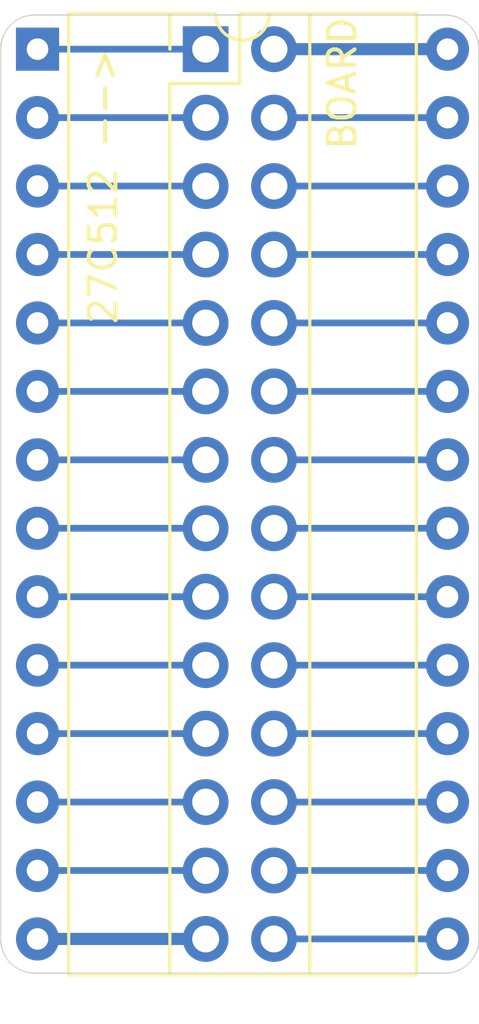
<source format=kicad_pcb>
(kicad_pcb (version 20171130) (host pcbnew 5.1.8-1.fc33)

  (general
    (thickness 1.6)
    (drawings 8)
    (tracks 30)
    (zones 0)
    (modules 2)
    (nets 29)
  )

  (page A4)
  (layers
    (0 F.Cu signal)
    (31 B.Cu signal)
    (32 B.Adhes user)
    (33 F.Adhes user)
    (34 B.Paste user)
    (35 F.Paste user)
    (36 B.SilkS user)
    (37 F.SilkS user)
    (38 B.Mask user)
    (39 F.Mask user)
    (40 Dwgs.User user)
    (41 Cmts.User user)
    (42 Eco1.User user)
    (43 Eco2.User user)
    (44 Edge.Cuts user)
    (45 Margin user)
    (46 B.CrtYd user)
    (47 F.CrtYd user)
    (48 B.Fab user)
    (49 F.Fab user)
  )

  (setup
    (last_trace_width 0.25)
    (trace_clearance 0.2)
    (zone_clearance 0.508)
    (zone_45_only no)
    (trace_min 0.2)
    (via_size 0.8)
    (via_drill 0.4)
    (via_min_size 0.4)
    (via_min_drill 0.3)
    (uvia_size 0.3)
    (uvia_drill 0.1)
    (uvias_allowed no)
    (uvia_min_size 0.2)
    (uvia_min_drill 0.1)
    (edge_width 0.05)
    (segment_width 0.2)
    (pcb_text_width 0.3)
    (pcb_text_size 1.5 1.5)
    (mod_edge_width 0.12)
    (mod_text_size 1 1)
    (mod_text_width 0.15)
    (pad_size 1.524 1.524)
    (pad_drill 0.762)
    (pad_to_mask_clearance 0)
    (aux_axis_origin 0 0)
    (visible_elements FFFFFF7F)
    (pcbplotparams
      (layerselection 0x010fc_ffffffff)
      (usegerberextensions false)
      (usegerberattributes true)
      (usegerberadvancedattributes true)
      (creategerberjobfile true)
      (excludeedgelayer true)
      (linewidth 0.100000)
      (plotframeref false)
      (viasonmask false)
      (mode 1)
      (useauxorigin false)
      (hpglpennumber 1)
      (hpglpenspeed 20)
      (hpglpendiameter 15.000000)
      (psnegative false)
      (psa4output false)
      (plotreference true)
      (plotvalue true)
      (plotinvisibletext false)
      (padsonsilk false)
      (subtractmaskfromsilk false)
      (outputformat 1)
      (mirror false)
      (drillshape 1)
      (scaleselection 1)
      (outputdirectory ""))
  )

  (net 0 "")
  (net 1 /D3)
  (net 2 GND)
  (net 3 /D4)
  (net 4 /D2)
  (net 5 /D5)
  (net 6 /D1)
  (net 7 /D6)
  (net 8 /D0)
  (net 9 /D7)
  (net 10 /A0)
  (net 11 /~CE)
  (net 12 /A1)
  (net 13 /A10)
  (net 14 /A2)
  (net 15 /~OE)
  (net 16 /A3)
  (net 17 /A11)
  (net 18 /A4)
  (net 19 /A9)
  (net 20 /A5)
  (net 21 /A8)
  (net 22 /A6)
  (net 23 /A13)
  (net 24 /A7)
  (net 25 /A14)
  (net 26 /A12)
  (net 27 /VCC_EXT)
  (net 28 /A15)

  (net_class Default "This is the default net class."
    (clearance 0.2)
    (trace_width 0.25)
    (via_dia 0.8)
    (via_drill 0.4)
    (uvia_dia 0.3)
    (uvia_drill 0.1)
    (add_net /A0)
    (add_net /A1)
    (add_net /A10)
    (add_net /A11)
    (add_net /A12)
    (add_net /A13)
    (add_net /A14)
    (add_net /A15)
    (add_net /A2)
    (add_net /A3)
    (add_net /A4)
    (add_net /A5)
    (add_net /A6)
    (add_net /A7)
    (add_net /A8)
    (add_net /A9)
    (add_net /D0)
    (add_net /D1)
    (add_net /D2)
    (add_net /D3)
    (add_net /D4)
    (add_net /D5)
    (add_net /D6)
    (add_net /D7)
    (add_net /~CE)
    (add_net /~OE)
  )

  (net_class POWER ""
    (clearance 0.2)
    (trace_width 0.45)
    (via_dia 0.8)
    (via_drill 0.4)
    (uvia_dia 0.3)
    (uvia_drill 0.1)
    (add_net /VCC_EXT)
    (add_net GND)
  )

  (module Package_DIP:DIP-28_W15.24mm (layer F.Cu) (tedit 5A02E8C5) (tstamp 5FB63794)
    (at 119.48 73.66)
    (descr "28-lead though-hole mounted DIP package, row spacing 15.24 mm (600 mils)")
    (tags "THT DIP DIL PDIP 2.54mm 15.24mm 600mil")
    (path /5FB6316C)
    (fp_text reference "27C512 -->" (at 2.44 5.08 90) (layer F.SilkS)
      (effects (font (size 1 1) (thickness 0.15)))
    )
    (fp_text value 27C512 (at 7.62 35.35) (layer F.Fab)
      (effects (font (size 1 1) (thickness 0.15)))
    )
    (fp_text user %R (at 7.62 16.51) (layer F.Fab)
      (effects (font (size 1 1) (thickness 0.15)))
    )
    (fp_arc (start 7.62 -1.33) (end 6.62 -1.33) (angle -180) (layer F.SilkS) (width 0.12))
    (fp_line (start 1.255 -1.27) (end 14.985 -1.27) (layer F.Fab) (width 0.1))
    (fp_line (start 14.985 -1.27) (end 14.985 34.29) (layer F.Fab) (width 0.1))
    (fp_line (start 14.985 34.29) (end 0.255 34.29) (layer F.Fab) (width 0.1))
    (fp_line (start 0.255 34.29) (end 0.255 -0.27) (layer F.Fab) (width 0.1))
    (fp_line (start 0.255 -0.27) (end 1.255 -1.27) (layer F.Fab) (width 0.1))
    (fp_line (start 6.62 -1.33) (end 1.16 -1.33) (layer F.SilkS) (width 0.12))
    (fp_line (start 1.16 -1.33) (end 1.16 34.35) (layer F.SilkS) (width 0.12))
    (fp_line (start 1.16 34.35) (end 14.08 34.35) (layer F.SilkS) (width 0.12))
    (fp_line (start 14.08 34.35) (end 14.08 -1.33) (layer F.SilkS) (width 0.12))
    (fp_line (start 14.08 -1.33) (end 8.62 -1.33) (layer F.SilkS) (width 0.12))
    (fp_line (start -1.05 -1.55) (end -1.05 34.55) (layer F.CrtYd) (width 0.05))
    (fp_line (start -1.05 34.55) (end 16.3 34.55) (layer F.CrtYd) (width 0.05))
    (fp_line (start 16.3 34.55) (end 16.3 -1.55) (layer F.CrtYd) (width 0.05))
    (fp_line (start 16.3 -1.55) (end -1.05 -1.55) (layer F.CrtYd) (width 0.05))
    (pad 28 thru_hole oval (at 15.24 0) (size 1.6 1.6) (drill 0.8) (layers *.Cu *.Mask)
      (net 27 /VCC_EXT))
    (pad 14 thru_hole oval (at 0 33.02) (size 1.6 1.6) (drill 0.8) (layers *.Cu *.Mask)
      (net 2 GND))
    (pad 27 thru_hole oval (at 15.24 2.54) (size 1.6 1.6) (drill 0.8) (layers *.Cu *.Mask)
      (net 25 /A14))
    (pad 13 thru_hole oval (at 0 30.48) (size 1.6 1.6) (drill 0.8) (layers *.Cu *.Mask)
      (net 4 /D2))
    (pad 26 thru_hole oval (at 15.24 5.08) (size 1.6 1.6) (drill 0.8) (layers *.Cu *.Mask)
      (net 23 /A13))
    (pad 12 thru_hole oval (at 0 27.94) (size 1.6 1.6) (drill 0.8) (layers *.Cu *.Mask)
      (net 6 /D1))
    (pad 25 thru_hole oval (at 15.24 7.62) (size 1.6 1.6) (drill 0.8) (layers *.Cu *.Mask)
      (net 21 /A8))
    (pad 11 thru_hole oval (at 0 25.4) (size 1.6 1.6) (drill 0.8) (layers *.Cu *.Mask)
      (net 8 /D0))
    (pad 24 thru_hole oval (at 15.24 10.16) (size 1.6 1.6) (drill 0.8) (layers *.Cu *.Mask)
      (net 19 /A9))
    (pad 10 thru_hole oval (at 0 22.86) (size 1.6 1.6) (drill 0.8) (layers *.Cu *.Mask)
      (net 10 /A0))
    (pad 23 thru_hole oval (at 15.24 12.7) (size 1.6 1.6) (drill 0.8) (layers *.Cu *.Mask)
      (net 17 /A11))
    (pad 9 thru_hole oval (at 0 20.32) (size 1.6 1.6) (drill 0.8) (layers *.Cu *.Mask)
      (net 12 /A1))
    (pad 22 thru_hole oval (at 15.24 15.24) (size 1.6 1.6) (drill 0.8) (layers *.Cu *.Mask)
      (net 15 /~OE))
    (pad 8 thru_hole oval (at 0 17.78) (size 1.6 1.6) (drill 0.8) (layers *.Cu *.Mask)
      (net 14 /A2))
    (pad 21 thru_hole oval (at 15.24 17.78) (size 1.6 1.6) (drill 0.8) (layers *.Cu *.Mask)
      (net 13 /A10))
    (pad 7 thru_hole oval (at 0 15.24) (size 1.6 1.6) (drill 0.8) (layers *.Cu *.Mask)
      (net 16 /A3))
    (pad 20 thru_hole oval (at 15.24 20.32) (size 1.6 1.6) (drill 0.8) (layers *.Cu *.Mask)
      (net 11 /~CE))
    (pad 6 thru_hole oval (at 0 12.7) (size 1.6 1.6) (drill 0.8) (layers *.Cu *.Mask)
      (net 18 /A4))
    (pad 19 thru_hole oval (at 15.24 22.86) (size 1.6 1.6) (drill 0.8) (layers *.Cu *.Mask)
      (net 9 /D7))
    (pad 5 thru_hole oval (at 0 10.16) (size 1.6 1.6) (drill 0.8) (layers *.Cu *.Mask)
      (net 20 /A5))
    (pad 18 thru_hole oval (at 15.24 25.4) (size 1.6 1.6) (drill 0.8) (layers *.Cu *.Mask)
      (net 7 /D6))
    (pad 4 thru_hole oval (at 0 7.62) (size 1.6 1.6) (drill 0.8) (layers *.Cu *.Mask)
      (net 22 /A6))
    (pad 17 thru_hole oval (at 15.24 27.94) (size 1.6 1.6) (drill 0.8) (layers *.Cu *.Mask)
      (net 5 /D5))
    (pad 3 thru_hole oval (at 0 5.08) (size 1.6 1.6) (drill 0.8) (layers *.Cu *.Mask)
      (net 24 /A7))
    (pad 16 thru_hole oval (at 15.24 30.48) (size 1.6 1.6) (drill 0.8) (layers *.Cu *.Mask)
      (net 3 /D4))
    (pad 2 thru_hole oval (at 0 2.54) (size 1.6 1.6) (drill 0.8) (layers *.Cu *.Mask)
      (net 26 /A12))
    (pad 15 thru_hole oval (at 15.24 33.02) (size 1.6 1.6) (drill 0.8) (layers *.Cu *.Mask)
      (net 1 /D3))
    (pad 1 thru_hole rect (at 0 0) (size 1.6 1.6) (drill 0.8) (layers *.Cu *.Mask)
      (net 28 /A15))
    (model ${KISYS3DMOD}/Package_DIP.3dshapes/DIP-28_W15.24mm.wrl
      (at (xyz 0 0 0))
      (scale (xyz 1 1 1))
      (rotate (xyz 0 0 0))
    )
  )

  (module Connector_PinHeader_2.54mm:PinHeader_2x14_P2.54mm_Vertical (layer F.Cu) (tedit 59FED5CC) (tstamp 5FB63764)
    (at 125.73 73.66)
    (descr "Through hole straight pin header, 2x14, 2.54mm pitch, double rows")
    (tags "Through hole pin header THT 2x14 2.54mm double row")
    (path /5FB64E05)
    (fp_text reference BOARD (at 5.08 1.27 -90) (layer F.SilkS)
      (effects (font (size 1 1) (thickness 0.15)))
    )
    (fp_text value Adapter (at 1.27 35.35) (layer F.Fab)
      (effects (font (size 1 1) (thickness 0.15)))
    )
    (fp_text user %R (at 1.27 16.51 90) (layer F.Fab)
      (effects (font (size 1 1) (thickness 0.15)))
    )
    (fp_line (start 0 -1.27) (end 3.81 -1.27) (layer F.Fab) (width 0.1))
    (fp_line (start 3.81 -1.27) (end 3.81 34.29) (layer F.Fab) (width 0.1))
    (fp_line (start 3.81 34.29) (end -1.27 34.29) (layer F.Fab) (width 0.1))
    (fp_line (start -1.27 34.29) (end -1.27 0) (layer F.Fab) (width 0.1))
    (fp_line (start -1.27 0) (end 0 -1.27) (layer F.Fab) (width 0.1))
    (fp_line (start -1.33 34.35) (end 3.87 34.35) (layer F.SilkS) (width 0.12))
    (fp_line (start -1.33 1.27) (end -1.33 34.35) (layer F.SilkS) (width 0.12))
    (fp_line (start 3.87 -1.33) (end 3.87 34.35) (layer F.SilkS) (width 0.12))
    (fp_line (start -1.33 1.27) (end 1.27 1.27) (layer F.SilkS) (width 0.12))
    (fp_line (start 1.27 1.27) (end 1.27 -1.33) (layer F.SilkS) (width 0.12))
    (fp_line (start 1.27 -1.33) (end 3.87 -1.33) (layer F.SilkS) (width 0.12))
    (fp_line (start -1.33 0) (end -1.33 -1.33) (layer F.SilkS) (width 0.12))
    (fp_line (start -1.33 -1.33) (end 0 -1.33) (layer F.SilkS) (width 0.12))
    (fp_line (start -1.8 -1.8) (end -1.8 34.8) (layer F.CrtYd) (width 0.05))
    (fp_line (start -1.8 34.8) (end 4.35 34.8) (layer F.CrtYd) (width 0.05))
    (fp_line (start 4.35 34.8) (end 4.35 -1.8) (layer F.CrtYd) (width 0.05))
    (fp_line (start 4.35 -1.8) (end -1.8 -1.8) (layer F.CrtYd) (width 0.05))
    (pad 28 thru_hole oval (at 2.54 33.02) (size 1.7 1.7) (drill 1) (layers *.Cu *.Mask)
      (net 1 /D3))
    (pad 27 thru_hole oval (at 0 33.02) (size 1.7 1.7) (drill 1) (layers *.Cu *.Mask)
      (net 2 GND))
    (pad 26 thru_hole oval (at 2.54 30.48) (size 1.7 1.7) (drill 1) (layers *.Cu *.Mask)
      (net 3 /D4))
    (pad 25 thru_hole oval (at 0 30.48) (size 1.7 1.7) (drill 1) (layers *.Cu *.Mask)
      (net 4 /D2))
    (pad 24 thru_hole oval (at 2.54 27.94) (size 1.7 1.7) (drill 1) (layers *.Cu *.Mask)
      (net 5 /D5))
    (pad 23 thru_hole oval (at 0 27.94) (size 1.7 1.7) (drill 1) (layers *.Cu *.Mask)
      (net 6 /D1))
    (pad 22 thru_hole oval (at 2.54 25.4) (size 1.7 1.7) (drill 1) (layers *.Cu *.Mask)
      (net 7 /D6))
    (pad 21 thru_hole oval (at 0 25.4) (size 1.7 1.7) (drill 1) (layers *.Cu *.Mask)
      (net 8 /D0))
    (pad 20 thru_hole oval (at 2.54 22.86) (size 1.7 1.7) (drill 1) (layers *.Cu *.Mask)
      (net 9 /D7))
    (pad 19 thru_hole oval (at 0 22.86) (size 1.7 1.7) (drill 1) (layers *.Cu *.Mask)
      (net 10 /A0))
    (pad 18 thru_hole oval (at 2.54 20.32) (size 1.7 1.7) (drill 1) (layers *.Cu *.Mask)
      (net 11 /~CE))
    (pad 17 thru_hole oval (at 0 20.32) (size 1.7 1.7) (drill 1) (layers *.Cu *.Mask)
      (net 12 /A1))
    (pad 16 thru_hole oval (at 2.54 17.78) (size 1.7 1.7) (drill 1) (layers *.Cu *.Mask)
      (net 13 /A10))
    (pad 15 thru_hole oval (at 0 17.78) (size 1.7 1.7) (drill 1) (layers *.Cu *.Mask)
      (net 14 /A2))
    (pad 14 thru_hole oval (at 2.54 15.24) (size 1.7 1.7) (drill 1) (layers *.Cu *.Mask)
      (net 15 /~OE))
    (pad 13 thru_hole oval (at 0 15.24) (size 1.7 1.7) (drill 1) (layers *.Cu *.Mask)
      (net 16 /A3))
    (pad 12 thru_hole oval (at 2.54 12.7) (size 1.7 1.7) (drill 1) (layers *.Cu *.Mask)
      (net 17 /A11))
    (pad 11 thru_hole oval (at 0 12.7) (size 1.7 1.7) (drill 1) (layers *.Cu *.Mask)
      (net 18 /A4))
    (pad 10 thru_hole oval (at 2.54 10.16) (size 1.7 1.7) (drill 1) (layers *.Cu *.Mask)
      (net 19 /A9))
    (pad 9 thru_hole oval (at 0 10.16) (size 1.7 1.7) (drill 1) (layers *.Cu *.Mask)
      (net 20 /A5))
    (pad 8 thru_hole oval (at 2.54 7.62) (size 1.7 1.7) (drill 1) (layers *.Cu *.Mask)
      (net 21 /A8))
    (pad 7 thru_hole oval (at 0 7.62) (size 1.7 1.7) (drill 1) (layers *.Cu *.Mask)
      (net 22 /A6))
    (pad 6 thru_hole oval (at 2.54 5.08) (size 1.7 1.7) (drill 1) (layers *.Cu *.Mask)
      (net 23 /A13))
    (pad 5 thru_hole oval (at 0 5.08) (size 1.7 1.7) (drill 1) (layers *.Cu *.Mask)
      (net 24 /A7))
    (pad 4 thru_hole oval (at 2.54 2.54) (size 1.7 1.7) (drill 1) (layers *.Cu *.Mask)
      (net 25 /A14))
    (pad 3 thru_hole oval (at 0 2.54) (size 1.7 1.7) (drill 1) (layers *.Cu *.Mask)
      (net 26 /A12))
    (pad 2 thru_hole oval (at 2.54 0) (size 1.7 1.7) (drill 1) (layers *.Cu *.Mask)
      (net 27 /VCC_EXT))
    (pad 1 thru_hole rect (at 0 0) (size 1.7 1.7) (drill 1) (layers *.Cu *.Mask)
      (net 28 /A15))
    (model ${KISYS3DMOD}/Connector_PinHeader_2.54mm.3dshapes/PinHeader_2x14_P2.54mm_Vertical.wrl
      (at (xyz 0 0 0))
      (scale (xyz 1 1 1))
      (rotate (xyz 0 0 0))
    )
  )

  (gr_line (start 119.38 107.95) (end 134.62 107.95) (layer Edge.Cuts) (width 0.05) (tstamp 5FB63A42))
  (gr_line (start 118.11 73.66) (end 118.11 106.68) (layer Edge.Cuts) (width 0.05) (tstamp 5FB63A41))
  (gr_line (start 134.62 72.39) (end 119.38 72.39) (layer Edge.Cuts) (width 0.05) (tstamp 5FB63A40))
  (gr_line (start 135.89 106.68) (end 135.89 73.66) (layer Edge.Cuts) (width 0.05) (tstamp 5FB63A3F))
  (gr_arc (start 134.62 106.68) (end 134.62 107.95) (angle -90) (layer Edge.Cuts) (width 0.05))
  (gr_arc (start 119.38 106.68) (end 118.11 106.68) (angle -90) (layer Edge.Cuts) (width 0.05))
  (gr_arc (start 134.62 73.66) (end 135.89 73.66) (angle -90) (layer Edge.Cuts) (width 0.05))
  (gr_arc (start 119.38 73.66) (end 119.38 72.39) (angle -90) (layer Edge.Cuts) (width 0.05))

  (segment (start 128.27 106.68) (end 134.72 106.68) (width 0.25) (layer B.Cu) (net 1))
  (segment (start 125.73 106.68) (end 119.48 106.68) (width 0.45) (layer B.Cu) (net 2))
  (segment (start 134.72 104.14) (end 128.27 104.14) (width 0.25) (layer B.Cu) (net 3))
  (segment (start 120.354998 104.14) (end 119.48 104.14) (width 0.25) (layer B.Cu) (net 4))
  (segment (start 125.73 104.14) (end 120.354998 104.14) (width 0.25) (layer B.Cu) (net 4))
  (segment (start 128.27 101.6) (end 134.72 101.6) (width 0.25) (layer B.Cu) (net 5))
  (segment (start 125.73 101.6) (end 119.48 101.6) (width 0.25) (layer B.Cu) (net 6))
  (segment (start 134.72 99.06) (end 128.27 99.06) (width 0.25) (layer B.Cu) (net 7))
  (segment (start 120.354998 99.06) (end 119.48 99.06) (width 0.25) (layer B.Cu) (net 8))
  (segment (start 125.73 99.06) (end 120.354998 99.06) (width 0.25) (layer B.Cu) (net 8))
  (segment (start 128.27 96.52) (end 134.72 96.52) (width 0.25) (layer B.Cu) (net 9))
  (segment (start 125.73 96.52) (end 119.48 96.52) (width 0.25) (layer B.Cu) (net 10))
  (segment (start 134.72 93.98) (end 128.27 93.98) (width 0.25) (layer B.Cu) (net 11))
  (segment (start 125.73 93.98) (end 119.48 93.98) (width 0.25) (layer B.Cu) (net 12))
  (segment (start 128.27 91.44) (end 134.72 91.44) (width 0.25) (layer B.Cu) (net 13))
  (segment (start 125.73 91.44) (end 119.48 91.44) (width 0.25) (layer B.Cu) (net 14))
  (segment (start 134.72 88.9) (end 128.27 88.9) (width 0.25) (layer B.Cu) (net 15))
  (segment (start 125.73 88.9) (end 119.48 88.9) (width 0.25) (layer B.Cu) (net 16))
  (segment (start 128.27 86.36) (end 134.72 86.36) (width 0.25) (layer B.Cu) (net 17))
  (segment (start 125.73 86.36) (end 119.48 86.36) (width 0.25) (layer B.Cu) (net 18))
  (segment (start 134.72 83.82) (end 128.27 83.82) (width 0.25) (layer B.Cu) (net 19))
  (segment (start 125.73 83.82) (end 119.48 83.82) (width 0.25) (layer B.Cu) (net 20))
  (segment (start 128.27 81.28) (end 134.72 81.28) (width 0.25) (layer B.Cu) (net 21))
  (segment (start 125.73 81.28) (end 119.48 81.28) (width 0.25) (layer B.Cu) (net 22))
  (segment (start 134.72 78.74) (end 128.27 78.74) (width 0.25) (layer B.Cu) (net 23))
  (segment (start 125.73 78.74) (end 119.48 78.74) (width 0.25) (layer B.Cu) (net 24))
  (segment (start 128.27 76.2) (end 134.72 76.2) (width 0.25) (layer B.Cu) (net 25))
  (segment (start 125.73 76.2) (end 119.48 76.2) (width 0.25) (layer B.Cu) (net 26))
  (segment (start 134.72 73.66) (end 128.27 73.66) (width 0.45) (layer B.Cu) (net 27))
  (segment (start 125.73 73.66) (end 119.48 73.66) (width 0.25) (layer B.Cu) (net 28))

)

</source>
